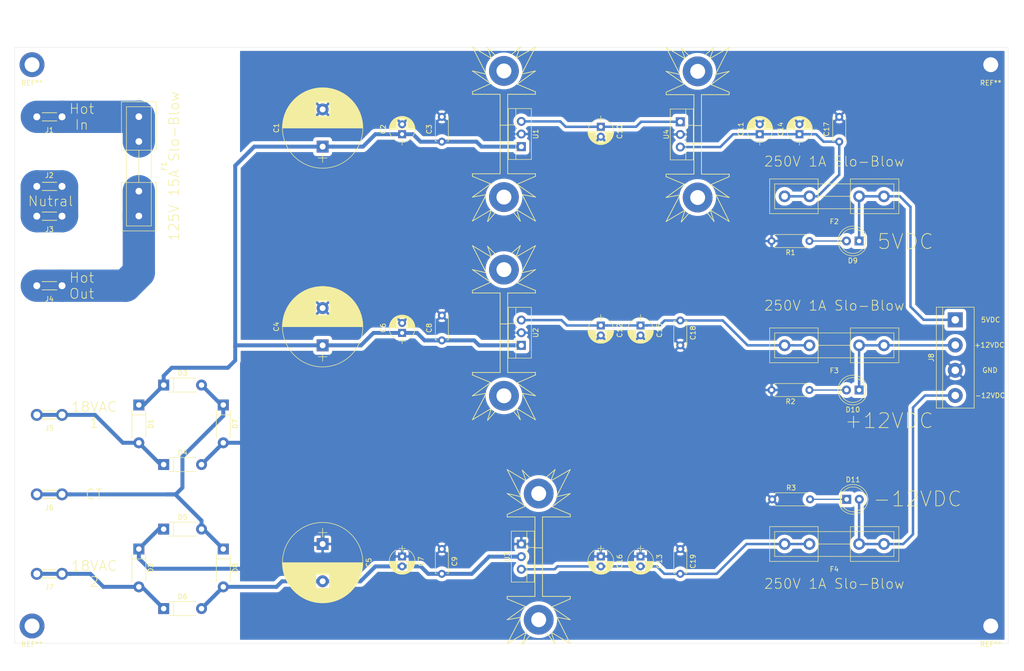
<source format=kicad_pcb>
(kicad_pcb (version 20171130) (host pcbnew "(5.1.5)-3")
  (layers (0 F.Cu signal) (31 B.Cu signal) (34 B.Paste user) (35 F.Paste user) (36 B.SilkS user) (37 F.SilkS user) (38 B.Mask user) (39 F.Mask user) (44 Edge.Cuts user))
  (net 0 "")
  (net 1 /0VDC)
  (net 2 /+5VDC)
  (net 3 /+12VDC)
  (net 4 /-12VDC)
  (net 5 /18VAC_1)
  (net 6 /18VAC_2)
  (net 7 GNDPWR)
  (net 8 /HOT_IN)
  (net 9 /HOT_OUT)
  (net 10 /NUT)
  (net 11 "Net-(D9-Pad1)")
  (net 12 "Net-(D10-Pad1)")
  (net 13 "Net-(D11-Pad2)")
  (net 14 /+18VDC)
  (net 15 /-18VDC)
  (net 16 "Net-(C10-Pad1)")
  (net 17 "Net-(D9-Pad2)")
  (net 18 "Net-(D10-Pad2)")
  (net 19 "Net-(D11-Pad1)")
  (module Heatsinks:Heatsink_Fischer_SK104-STCB_35x13mm__2xDrill3.5mm_ScrewM3 (layer F.Cu) (at 105.5 102.54 90)
    (fp_text reference REF** hide)
    (fp_text value Heatsink_Fischer_SK104-STCB_35x13mm__2xDrill3.5mm_ScrewM3)
    (pad 1 thru_hole circle (at -12.7 0 90) (size 5.99948 5.99948) (drill 3) (layers *.Cu *.Mask))
    (pad 1 thru_hole circle (at 12.7 0 90) (size 5.99948 5.99948) (drill 3) (layers *.Cu *.Mask))
  )
  (module Heatsinks:Heatsink_Fischer_SK104-STCB_35x13mm__2xDrill3.5mm_ScrewM3 (layer F.Cu) (at 98.5 57.46 90)
    (fp_text reference REF** hide)
    (fp_text value Heatsink_Fischer_SK104-STCB_35x13mm__2xDrill3.5mm_ScrewM3)
    (pad 1 thru_hole circle (at 12.7 0 90) (size 5.99948 5.99948) (drill 3) (layers *.Cu *.Mask))
    (pad 1 thru_hole circle (at -12.7 0 90) (size 5.99948 5.99948) (drill 3) (layers *.Cu *.Mask))
  )
  (module Heatsinks:Heatsink_Fischer_SK104-STCB_35x13mm__2xDrill3.5mm_ScrewM3 (layer F.Cu) (at 137.5 17.54 90)
    (fp_text reference REF** hide)
    (fp_text value Heatsink_Fischer_SK104-STCB_35x13mm__2xDrill3.5mm_ScrewM3)
    (pad 1 thru_hole circle (at -12.7 0 90) (size 5.99948 5.99948) (drill 3) (layers *.Cu *.Mask))
    (pad 1 thru_hole circle (at 12.7 0 90) (size 5.99948 5.99948) (drill 3) (layers *.Cu *.Mask))
  )
  (module Heatsinks:Heatsink_Fischer_SK104-STCB_35x13mm__2xDrill3.5mm_ScrewM3 (layer F.Cu) (at 98.5 17.46 90)
    (fp_text reference REF** hide)
    (fp_text value Heatsink_Fischer_SK104-STCB_35x13mm__2xDrill3.5mm_ScrewM3)
    (pad 1 thru_hole circle (at 12.7 0 90) (size 5.99948 5.99948) (drill 3) (layers *.Cu *.Mask))
    (pad 1 thru_hole circle (at -12.7 0 90) (size 5.99948 5.99948) (drill 3) (layers *.Cu *.Mask))
  )
  (module Custom_Library:Mount_Hole_3mm (layer F.Cu) (at 3.5 116.5)
    (fp_text reference REF** (at 0 3.683) (layer F.SilkS))
    (fp_text value Mount_Hole_3mm)
    (pad 1 thru_hole circle (at 0 0) (size 5 5) (drill 3) (layers *.Cu *.Mask))
  )
  (module Custom_Library:Mount_Hole_3mm (layer F.Cu) (at 196.5 116.5)
    (fp_text reference REF** (at 0 3.683) (layer F.SilkS))
    (fp_text value Mount_Hole_3mm)
    (pad 1 thru_hole circle (at 0 0) (size 5 5) (drill 3) (layers *.Cu *.Mask) (net 1 /0VDC))
  )
  (module Custom_Library:Mount_Hole_3mm (layer F.Cu) (at 196.5 3.5)
    (fp_text reference REF** (at 0 3.683) (layer F.SilkS))
    (fp_text value Mount_Hole_3mm)
    (pad 1 thru_hole circle (at 0 0) (size 5 5) (drill 3) (layers *.Cu *.Mask) (net 1 /0VDC))
  )
  (module Custom_Library:Mount_Hole_3mm (layer F.Cu) (at 3.5 3.5)
    (fp_text reference REF** (at 0 3.683) (layer F.SilkS))
    (fp_text value Mount_Hole_3mm)
    (pad 1 thru_hole circle (at 0 0) (size 5 5) (drill 3) (layers *.Cu *.Mask))
  )
  (module TO_SOT_Packages_THT:TO-220-3_Vertical (layer F.Cu) (at 102 100 270)
    (fp_text reference U3 (at 2.54 2.813 90) (layer F.SilkS))
    (fp_text value L7912)
    (pad 3 thru_hole oval (at 5.08 0 270) (size 1.8 1.8) (drill 1) (layers *.Cu *.Mask) (net 4 /-12VDC))
    (pad 2 thru_hole oval (at 2.54 0 270) (size 1.8 1.8) (drill 1) (layers *.Cu *.Mask) (net 15 /-18VDC))
    (pad 1 thru_hole rect (at 0 0 270) (size 1.8 1.8) (drill 1) (layers *.Cu *.Mask) (net 1 /0VDC))
  )
  (module Capacitors_THT:CP_Radial_D16.0mm_P7.50mm (layer F.Cu) (at 62 60 90)
    (fp_text reference C4 (at 3.75 -9.31 90) (layer F.SilkS))
    (fp_text value 2200uF)
    (pad 1 thru_hole rect (at 0 0 90) (size 2.4 2.4) (drill 1.2) (layers *.Cu *.Mask) (net 14 /+18VDC))
    (pad 2 thru_hole circle (at 7.5 0 90) (size 2.4 2.4) (drill 1.2) (layers *.Cu *.Mask) (net 1 /0VDC))
  )
  (module Fuse_Holders_and_Fuses:Fuseholder5x20_horiz_open_inline_Type-I (layer F.Cu) (at 25 13.96492 270)
    (fp_text reference F1 (at 10 -5.08 90) (layer F.SilkS))
    (fp_text value Fuse)
    (pad 1 thru_hole circle (at 0 0 270) (size 2.35 2.35) (drill 1.35) (layers *.Cu *.Mask) (net 8 /HOT_IN))
    (pad 1 thru_hole circle (at 5 0 270) (size 2.35 2.35) (drill 1.35) (layers *.Cu *.Mask) (net 8 /HOT_IN))
    (pad 2 thru_hole circle (at 20 0 270) (size 2.35 2.35) (drill 1.35) (layers *.Cu *.Mask) (net 9 /HOT_OUT))
    (pad 2 thru_hole circle (at 15 0 270) (size 2.35 2.35) (drill 1.35) (layers *.Cu *.Mask) (net 9 /HOT_OUT))
  )
  (module Custom_Library:TAB_Conn (layer F.Cu) (at 7 90)
    (fp_text reference J6 (at 0 2.667) (layer F.SilkS))
    (fp_text value CT)
    (pad 1 thru_hole circle (at 2.54 0) (size 2.4 2.4) (drill 1.4) (layers *.Cu *.Mask) (net 7 GNDPWR))
    (pad 1 thru_hole circle (at -2.54 0) (size 2.4 2.4) (drill 1.4) (layers *.Cu *.Mask) (net 7 GNDPWR))
  )
  (module Fuse_Holders_and_Fuses:Fuseholder5x20_horiz_open_inline_Type-I (layer F.Cu) (at 175 30 180)
    (fp_text reference F2 (at 10 -5.08) (layer F.SilkS))
    (fp_text value Fuse)
    (pad 2 thru_hole circle (at 15 0 180) (size 2.35 2.35) (drill 1.35) (layers *.Cu *.Mask) (net 2 /+5VDC))
    (pad 2 thru_hole circle (at 20 0 180) (size 2.35 2.35) (drill 1.35) (layers *.Cu *.Mask) (net 2 /+5VDC))
    (pad 1 thru_hole circle (at 5 0 180) (size 2.35 2.35) (drill 1.35) (layers *.Cu *.Mask) (net 11 "Net-(D9-Pad1)"))
    (pad 1 thru_hole circle (at 0 0 180) (size 2.35 2.35) (drill 1.35) (layers *.Cu *.Mask) (net 11 "Net-(D9-Pad1)"))
  )
  (module Fuse_Holders_and_Fuses:Fuseholder5x20_horiz_open_inline_Type-I (layer F.Cu) (at 175 60 180)
    (fp_text reference F3 (at 10 -5.08) (layer F.SilkS))
    (fp_text value Fuse)
    (pad 1 thru_hole circle (at 0 0 180) (size 2.35 2.35) (drill 1.35) (layers *.Cu *.Mask) (net 12 "Net-(D10-Pad1)"))
    (pad 1 thru_hole circle (at 5 0 180) (size 2.35 2.35) (drill 1.35) (layers *.Cu *.Mask) (net 12 "Net-(D10-Pad1)"))
    (pad 2 thru_hole circle (at 20 0 180) (size 2.35 2.35) (drill 1.35) (layers *.Cu *.Mask) (net 3 /+12VDC))
    (pad 2 thru_hole circle (at 15 0 180) (size 2.35 2.35) (drill 1.35) (layers *.Cu *.Mask) (net 3 /+12VDC))
  )
  (module Fuse_Holders_and_Fuses:Fuseholder5x20_horiz_open_inline_Type-I (layer F.Cu) (at 175 100 180)
    (fp_text reference F4 (at 10 -5.08) (layer F.SilkS))
    (fp_text value Fuse)
    (pad 2 thru_hole circle (at 15 0 180) (size 2.35 2.35) (drill 1.35) (layers *.Cu *.Mask) (net 4 /-12VDC))
    (pad 2 thru_hole circle (at 20 0 180) (size 2.35 2.35) (drill 1.35) (layers *.Cu *.Mask) (net 4 /-12VDC))
    (pad 1 thru_hole circle (at 5 0 180) (size 2.35 2.35) (drill 1.35) (layers *.Cu *.Mask) (net 13 "Net-(D11-Pad2)"))
    (pad 1 thru_hole circle (at 0 0 180) (size 2.35 2.35) (drill 1.35) (layers *.Cu *.Mask) (net 13 "Net-(D11-Pad2)"))
  )
  (module Custom_Library:TAB_Conn (layer F.Cu) (at 7 14)
    (fp_text reference J1 (at 0 2.667) (layer F.SilkS))
    (fp_text value Hot_In)
    (pad 1 thru_hole circle (at -2.54 0) (size 2.4 2.4) (drill 1.4) (layers *.Cu *.Mask) (net 8 /HOT_IN))
    (pad 1 thru_hole circle (at 2.54 0) (size 2.4 2.4) (drill 1.4) (layers *.Cu *.Mask) (net 8 /HOT_IN))
  )
  (module Custom_Library:TAB_Conn (layer F.Cu) (at 7 28)
    (fp_text reference J2 (at -0.015 -2.219) (layer F.SilkS))
    (fp_text value Netral_IN)
    (pad 1 thru_hole circle (at 2.54 0) (size 2.4 2.4) (drill 1.4) (layers *.Cu *.Mask) (net 10 /NUT))
    (pad 1 thru_hole circle (at -2.54 0) (size 2.4 2.4) (drill 1.4) (layers *.Cu *.Mask) (net 10 /NUT))
  )
  (module Custom_Library:TAB_Conn (layer F.Cu) (at 7 34)
    (fp_text reference J3 (at 0 2.667) (layer F.SilkS))
    (fp_text value Nutral_Out)
    (pad 1 thru_hole circle (at -2.54 0) (size 2.4 2.4) (drill 1.4) (layers *.Cu *.Mask) (net 10 /NUT))
    (pad 1 thru_hole circle (at 2.54 0) (size 2.4 2.4) (drill 1.4) (layers *.Cu *.Mask) (net 10 /NUT))
  )
  (module Custom_Library:TAB_Conn (layer F.Cu) (at 7 48)
    (fp_text reference J4 (at 0 2.667) (layer F.SilkS))
    (fp_text value Hot_Out)
    (pad 1 thru_hole circle (at 2.54 0) (size 2.4 2.4) (drill 1.4) (layers *.Cu *.Mask) (net 9 /HOT_OUT))
    (pad 1 thru_hole circle (at -2.54 0) (size 2.4 2.4) (drill 1.4) (layers *.Cu *.Mask) (net 9 /HOT_OUT))
  )
  (module Custom_Library:TAB_Conn (layer F.Cu) (at 7 74)
    (fp_text reference J5 (at 0 2.667) (layer F.SilkS))
    (fp_text value 18VAC_1)
    (pad 1 thru_hole circle (at -2.54 0) (size 2.4 2.4) (drill 1.4) (layers *.Cu *.Mask) (net 5 /18VAC_1))
    (pad 1 thru_hole circle (at 2.54 0) (size 2.4 2.4) (drill 1.4) (layers *.Cu *.Mask) (net 5 /18VAC_1))
  )
  (module Custom_Library:TAB_Conn (layer F.Cu) (at 7 106)
    (fp_text reference J7 (at 0 2.667) (layer F.SilkS))
    (fp_text value 18VAC_2)
    (pad 1 thru_hole circle (at 2.54 0) (size 2.4 2.4) (drill 1.4) (layers *.Cu *.Mask) (net 6 /18VAC_2))
    (pad 1 thru_hole circle (at -2.54 0) (size 2.4 2.4) (drill 1.4) (layers *.Cu *.Mask) (net 6 /18VAC_2))
  )
  (module Capacitors_THT:CP_Radial_D16.0mm_P7.50mm (layer F.Cu) (at 62 20 90)
    (fp_text reference C1 (at 3.75 -9.31 90) (layer F.SilkS))
    (fp_text value 2200uF)
    (pad 2 thru_hole circle (at 7.5 0 90) (size 2.4 2.4) (drill 1.2) (layers *.Cu *.Mask) (net 1 /0VDC))
    (pad 1 thru_hole rect (at 0 0 90) (size 2.4 2.4) (drill 1.2) (layers *.Cu *.Mask) (net 14 /+18VDC))
  )
  (module Capacitors_THT:CP_Radial_D5.0mm_P2.00mm (layer F.Cu) (at 78 17.5 90)
    (fp_text reference C2 (at 1 -3.81 90) (layer F.SilkS))
    (fp_text value 10uF)
    (pad 2 thru_hole circle (at 2 0 90) (size 1.6 1.6) (drill 0.8) (layers *.Cu *.Mask) (net 1 /0VDC))
    (pad 1 thru_hole rect (at 0 0 90) (size 1.6 1.6) (drill 0.8) (layers *.Cu *.Mask) (net 14 /+18VDC))
  )
  (module Capacitors_THT:C_Disc_D4.7mm_W2.5mm_P5.00mm (layer F.Cu) (at 86 19 90)
    (fp_text reference C3 (at 2.5 -2.56 90) (layer F.SilkS))
    (fp_text value 0.1uF)
    (pad 1 thru_hole circle (at 0 0 90) (size 1.6 1.6) (drill 0.8) (layers *.Cu *.Mask) (net 14 /+18VDC))
    (pad 2 thru_hole circle (at 5 0 90) (size 1.6 1.6) (drill 0.8) (layers *.Cu *.Mask) (net 1 /0VDC))
  )
  (module Capacitors_THT:CP_Radial_D16.0mm_P7.50mm (layer F.Cu) (at 62 100 270)
    (fp_text reference C5 (at 3.75 -9.31 90) (layer F.SilkS))
    (fp_text value 2200uF)
    (pad 2 thru_hole circle (at 7.5 0 270) (size 2.4 2.4) (drill 1.2) (layers *.Cu *.Mask) (net 15 /-18VDC))
    (pad 1 thru_hole rect (at 0 0 270) (size 2.4 2.4) (drill 1.2) (layers *.Cu *.Mask) (net 1 /0VDC))
  )
  (module Capacitors_THT:CP_Radial_D5.0mm_P2.00mm (layer F.Cu) (at 78 57.5 90)
    (fp_text reference C6 (at 1 -3.81 90) (layer F.SilkS))
    (fp_text value 10uF)
    (pad 1 thru_hole rect (at 0 0 90) (size 1.6 1.6) (drill 0.8) (layers *.Cu *.Mask) (net 14 /+18VDC))
    (pad 2 thru_hole circle (at 2 0 90) (size 1.6 1.6) (drill 0.8) (layers *.Cu *.Mask) (net 1 /0VDC))
  )
  (module Capacitors_THT:CP_Radial_D5.0mm_P2.00mm (layer F.Cu) (at 78 102.5 270)
    (fp_text reference C7 (at 1 -3.81 90) (layer F.SilkS))
    (fp_text value 10uF)
    (pad 2 thru_hole circle (at 2 0 270) (size 1.6 1.6) (drill 0.8) (layers *.Cu *.Mask) (net 15 /-18VDC))
    (pad 1 thru_hole rect (at 0 0 270) (size 1.6 1.6) (drill 0.8) (layers *.Cu *.Mask) (net 1 /0VDC))
  )
  (module Capacitors_THT:C_Disc_D4.7mm_W2.5mm_P5.00mm (layer F.Cu) (at 86 59 90)
    (fp_text reference C8 (at 2.5 -2.56 90) (layer F.SilkS))
    (fp_text value "0.1uF ")
    (pad 2 thru_hole circle (at 5 0 90) (size 1.6 1.6) (drill 0.8) (layers *.Cu *.Mask) (net 1 /0VDC))
    (pad 1 thru_hole circle (at 0 0 90) (size 1.6 1.6) (drill 0.8) (layers *.Cu *.Mask) (net 14 /+18VDC))
  )
  (module Capacitors_THT:C_Disc_D4.7mm_W2.5mm_P5.00mm (layer F.Cu) (at 86 101 270)
    (fp_text reference C9 (at 2.5 -2.56 90) (layer F.SilkS))
    (fp_text value 0.1uF)
    (pad 2 thru_hole circle (at 5 0 270) (size 1.6 1.6) (drill 0.8) (layers *.Cu *.Mask) (net 15 /-18VDC))
    (pad 1 thru_hole circle (at 0 0 270) (size 1.6 1.6) (drill 0.8) (layers *.Cu *.Mask) (net 1 /0VDC))
  )
  (module Capacitors_THT:CP_Radial_D5.0mm_P2.00mm (layer F.Cu) (at 118 16 270)
    (fp_text reference C10 (at 1 -3.81 90) (layer F.SilkS))
    (fp_text value 22uF)
    (pad 2 thru_hole circle (at 2 0 270) (size 1.6 1.6) (drill 0.8) (layers *.Cu *.Mask) (net 1 /0VDC))
    (pad 1 thru_hole rect (at 0 0 270) (size 1.6 1.6) (drill 0.8) (layers *.Cu *.Mask) (net 16 "Net-(C10-Pad1)"))
  )
  (module Capacitors_THT:CP_Radial_D5.0mm_P2.00mm (layer F.Cu) (at 150 17.5 90)
    (fp_text reference C11 (at 1 -3.81 90) (layer F.SilkS))
    (fp_text value 22uF)
    (pad 1 thru_hole rect (at 0 0 90) (size 1.6 1.6) (drill 0.8) (layers *.Cu *.Mask) (net 2 /+5VDC))
    (pad 2 thru_hole circle (at 2 0 90) (size 1.6 1.6) (drill 0.8) (layers *.Cu *.Mask) (net 1 /0VDC))
  )
  (module Capacitors_THT:CP_Radial_D5.0mm_P2.00mm (layer F.Cu) (at 118 56 270)
    (fp_text reference C12 (at 1 -3.81 90) (layer F.SilkS))
    (fp_text value 22uF)
    (pad 1 thru_hole rect (at 0 0 270) (size 1.6 1.6) (drill 0.8) (layers *.Cu *.Mask) (net 3 /+12VDC))
    (pad 2 thru_hole circle (at 2 0 270) (size 1.6 1.6) (drill 0.8) (layers *.Cu *.Mask) (net 1 /0VDC))
  )
  (module Capacitors_THT:CP_Radial_D5.0mm_P2.00mm (layer F.Cu) (at 126 102.5 270)
    (fp_text reference C13 (at 1 -3.81 90) (layer F.SilkS))
    (fp_text value 22uF)
    (pad 2 thru_hole circle (at 2 0 270) (size 1.6 1.6) (drill 0.8) (layers *.Cu *.Mask) (net 4 /-12VDC))
    (pad 1 thru_hole rect (at 0 0 270) (size 1.6 1.6) (drill 0.8) (layers *.Cu *.Mask) (net 1 /0VDC))
  )
  (module Capacitors_THT:CP_Radial_D5.0mm_P2.00mm (layer F.Cu) (at 158 17.5 90)
    (fp_text reference C14 (at 1 -3.81 90) (layer F.SilkS))
    (fp_text value 10uF)
    (pad 1 thru_hole rect (at 0 0 90) (size 1.6 1.6) (drill 0.8) (layers *.Cu *.Mask) (net 2 /+5VDC))
    (pad 2 thru_hole circle (at 2 0 90) (size 1.6 1.6) (drill 0.8) (layers *.Cu *.Mask) (net 1 /0VDC))
  )
  (module Capacitors_THT:CP_Radial_D5.0mm_P2.00mm (layer F.Cu) (at 126 56 270)
    (fp_text reference C15 (at 1 -3.81 90) (layer F.SilkS))
    (fp_text value 10uF)
    (pad 2 thru_hole circle (at 2 0 270) (size 1.6 1.6) (drill 0.8) (layers *.Cu *.Mask) (net 1 /0VDC))
    (pad 1 thru_hole rect (at 0 0 270) (size 1.6 1.6) (drill 0.8) (layers *.Cu *.Mask) (net 3 /+12VDC))
  )
  (module Capacitors_THT:CP_Radial_D5.0mm_P2.00mm (layer F.Cu) (at 118 102.5 270)
    (fp_text reference C16 (at 1 -3.81 90) (layer F.SilkS))
    (fp_text value 10uF)
    (pad 1 thru_hole rect (at 0 0 270) (size 1.6 1.6) (drill 0.8) (layers *.Cu *.Mask) (net 1 /0VDC))
    (pad 2 thru_hole circle (at 2 0 270) (size 1.6 1.6) (drill 0.8) (layers *.Cu *.Mask) (net 4 /-12VDC))
  )
  (module Capacitors_THT:C_Disc_D4.7mm_W2.5mm_P5.00mm (layer F.Cu) (at 166 19 90)
    (fp_text reference C17 (at 2.5 -2.56 90) (layer F.SilkS))
    (fp_text value 0.1uF)
    (pad 1 thru_hole circle (at 0 0 90) (size 1.6 1.6) (drill 0.8) (layers *.Cu *.Mask) (net 2 /+5VDC))
    (pad 2 thru_hole circle (at 5 0 90) (size 1.6 1.6) (drill 0.8) (layers *.Cu *.Mask) (net 1 /0VDC))
  )
  (module Capacitors_THT:C_Disc_D4.7mm_W2.5mm_P5.00mm (layer F.Cu) (at 134 55 270)
    (fp_text reference C18 (at 2.5 -2.56 90) (layer F.SilkS))
    (fp_text value 0.1uF)
    (pad 1 thru_hole circle (at 0 0 270) (size 1.6 1.6) (drill 0.8) (layers *.Cu *.Mask) (net 3 /+12VDC))
    (pad 2 thru_hole circle (at 5 0 270) (size 1.6 1.6) (drill 0.8) (layers *.Cu *.Mask) (net 1 /0VDC))
  )
  (module Capacitors_THT:C_Disc_D4.7mm_W2.5mm_P5.00mm (layer F.Cu) (at 134 101 270)
    (fp_text reference C19 (at 2.5 -2.56 90) (layer F.SilkS))
    (fp_text value 0.1uF)
    (pad 2 thru_hole circle (at 5 0 270) (size 1.6 1.6) (drill 0.8) (layers *.Cu *.Mask) (net 4 /-12VDC))
    (pad 1 thru_hole circle (at 0 0 270) (size 1.6 1.6) (drill 0.8) (layers *.Cu *.Mask) (net 1 /0VDC))
  )
  (module Diodes_THT:D_DO-41_SOD81_P7.62mm_Horizontal (layer F.Cu) (at 25 72 270)
    (fp_text reference D1 (at 3.81 -2.41 90) (layer F.SilkS))
    (fp_text value D)
    (pad 1 thru_hole rect (at 0 0 270) (size 2.2 2.2) (drill 1.1) (layers *.Cu *.Mask) (net 14 /+18VDC))
    (pad 2 thru_hole oval (at 7.62 0 270) (size 2.2 2.2) (drill 1.1) (layers *.Cu *.Mask) (net 5 /18VAC_1))
  )
  (module Diodes_THT:D_DO-41_SOD81_P7.62mm_Horizontal (layer F.Cu) (at 25 101 270)
    (fp_text reference D2 (at 3.81 -2.41 90) (layer F.SilkS))
    (fp_text value D)
    (pad 1 thru_hole rect (at 0 0 270) (size 2.2 2.2) (drill 1.1) (layers *.Cu *.Mask) (net 1 /0VDC))
    (pad 2 thru_hole oval (at 7.62 0 270) (size 2.2 2.2) (drill 1.1) (layers *.Cu *.Mask) (net 6 /18VAC_2))
  )
  (module Diodes_THT:D_DO-41_SOD81_P7.62mm_Horizontal (layer F.Cu) (at 30 68)
    (fp_text reference D3 (at 3.81 -2.41) (layer F.SilkS))
    (fp_text value D)
    (pad 2 thru_hole oval (at 7.62 0) (size 2.2 2.2) (drill 1.1) (layers *.Cu *.Mask) (net 7 GNDPWR))
    (pad 1 thru_hole rect (at 0 0) (size 2.2 2.2) (drill 1.1) (layers *.Cu *.Mask) (net 14 /+18VDC))
  )
  (module Diodes_THT:D_DO-41_SOD81_P7.62mm_Horizontal (layer F.Cu) (at 30 84)
    (fp_text reference D4 (at 3.81 -2.41) (layer F.SilkS))
    (fp_text value D)
    (pad 1 thru_hole rect (at 0 0) (size 2.2 2.2) (drill 1.1) (layers *.Cu *.Mask) (net 5 /18VAC_1))
    (pad 2 thru_hole oval (at 7.62 0) (size 2.2 2.2) (drill 1.1) (layers *.Cu *.Mask) (net 1 /0VDC))
  )
  (module Diodes_THT:D_DO-41_SOD81_P7.62mm_Horizontal (layer F.Cu) (at 30 97)
    (fp_text reference D5 (at 3.81 -2.41) (layer F.SilkS))
    (fp_text value D)
    (pad 2 thru_hole oval (at 7.62 0) (size 2.2 2.2) (drill 1.1) (layers *.Cu *.Mask) (net 7 GNDPWR))
    (pad 1 thru_hole rect (at 0 0) (size 2.2 2.2) (drill 1.1) (layers *.Cu *.Mask) (net 1 /0VDC))
  )
  (module Diodes_THT:D_DO-41_SOD81_P7.62mm_Horizontal (layer F.Cu) (at 30 113)
    (fp_text reference D6 (at 3.81 -2.41) (layer F.SilkS))
    (fp_text value D)
    (pad 1 thru_hole rect (at 0 0) (size 2.2 2.2) (drill 1.1) (layers *.Cu *.Mask) (net 6 /18VAC_2))
    (pad 2 thru_hole oval (at 7.62 0) (size 2.2 2.2) (drill 1.1) (layers *.Cu *.Mask) (net 15 /-18VDC))
  )
  (module Diodes_THT:D_DO-41_SOD81_P7.62mm_Horizontal (layer F.Cu) (at 42 72 270)
    (fp_text reference D7 (at 3.81 -2.41 90) (layer F.SilkS))
    (fp_text value D)
    (pad 2 thru_hole oval (at 7.62 0 270) (size 2.2 2.2) (drill 1.1) (layers *.Cu *.Mask) (net 1 /0VDC))
    (pad 1 thru_hole rect (at 0 0 270) (size 2.2 2.2) (drill 1.1) (layers *.Cu *.Mask) (net 7 GNDPWR))
  )
  (module Diodes_THT:D_DO-41_SOD81_P7.62mm_Horizontal (layer F.Cu) (at 42 101 270)
    (fp_text reference D8 (at 3.81 -2.41 90) (layer F.SilkS))
    (fp_text value D)
    (pad 2 thru_hole oval (at 7.62 0 270) (size 2.2 2.2) (drill 1.1) (layers *.Cu *.Mask) (net 15 /-18VDC))
    (pad 1 thru_hole rect (at 0 0 270) (size 2.2 2.2) (drill 1.1) (layers *.Cu *.Mask) (net 7 GNDPWR))
  )
  (module LEDs:LED_D5.0mm (layer F.Cu) (at 170 39 180)
    (fp_text reference D9 (at 1.27 -3.96) (layer F.SilkS))
    (fp_text value LED)
    (pad 2 thru_hole circle (at 2.54 0 180) (size 1.8 1.8) (drill 0.9) (layers *.Cu *.Mask) (net 17 "Net-(D9-Pad2)"))
    (pad 1 thru_hole rect (at 0 0 180) (size 1.8 1.8) (drill 0.9) (layers *.Cu *.Mask) (net 11 "Net-(D9-Pad1)"))
  )
  (module LEDs:LED_D5.0mm (layer F.Cu) (at 170 69 180)
    (fp_text reference D10 (at 1.27 -3.96) (layer F.SilkS))
    (fp_text value LED)
    (pad 1 thru_hole rect (at 0 0 180) (size 1.8 1.8) (drill 0.9) (layers *.Cu *.Mask) (net 12 "Net-(D10-Pad1)"))
    (pad 2 thru_hole circle (at 2.54 0 180) (size 1.8 1.8) (drill 0.9) (layers *.Cu *.Mask) (net 18 "Net-(D10-Pad2)"))
  )
  (module LEDs:LED_D5.0mm (layer F.Cu) (at 167.5 91)
    (fp_text reference D11 (at 1.27 -3.96) (layer F.SilkS))
    (fp_text value LED)
    (pad 2 thru_hole circle (at 2.54 0) (size 1.8 1.8) (drill 0.9) (layers *.Cu *.Mask) (net 13 "Net-(D11-Pad2)"))
    (pad 1 thru_hole rect (at 0 0) (size 1.8 1.8) (drill 0.9) (layers *.Cu *.Mask) (net 19 "Net-(D11-Pad1)"))
  )
  (module Resistors_THT:R_Axial_DIN0207_L6.3mm_D2.5mm_P7.62mm_Horizontal (layer F.Cu) (at 160 39 180)
    (fp_text reference R1 (at 3.81 -2.31) (layer F.SilkS))
    (fp_text value 150)
    (pad 2 thru_hole oval (at 7.62 0 180) (size 1.6 1.6) (drill 0.8) (layers *.Cu *.Mask) (net 1 /0VDC))
    (pad 1 thru_hole circle (at 0 0 180) (size 1.6 1.6) (drill 0.8) (layers *.Cu *.Mask) (net 17 "Net-(D9-Pad2)"))
  )
  (module Resistors_THT:R_Axial_DIN0207_L6.3mm_D2.5mm_P7.62mm_Horizontal (layer F.Cu) (at 160 69 180)
    (fp_text reference R2 (at 3.81 -2.31) (layer F.SilkS))
    (fp_text value 560)
    (pad 2 thru_hole oval (at 7.62 0 180) (size 1.6 1.6) (drill 0.8) (layers *.Cu *.Mask) (net 1 /0VDC))
    (pad 1 thru_hole circle (at 0 0 180) (size 1.6 1.6) (drill 0.8) (layers *.Cu *.Mask) (net 18 "Net-(D10-Pad2)"))
  )
  (module Resistors_THT:R_Axial_DIN0207_L6.3mm_D2.5mm_P7.62mm_Horizontal (layer F.Cu) (at 152.5 91)
    (fp_text reference R3 (at 3.81 -2.31) (layer F.SilkS))
    (fp_text value 560)
    (pad 1 thru_hole circle (at 0 0) (size 1.6 1.6) (drill 0.8) (layers *.Cu *.Mask) (net 1 /0VDC))
    (pad 2 thru_hole oval (at 7.62 0) (size 1.6 1.6) (drill 0.8) (layers *.Cu *.Mask) (net 19 "Net-(D11-Pad1)"))
  )
  (module TO_SOT_Packages_THT:TO-220-3_Vertical (layer F.Cu) (at 102 20 90)
    (fp_text reference U1 (at 2.54 2.902 90) (layer F.SilkS))
    (fp_text value L7812)
    (pad 1 thru_hole rect (at 0 0 90) (size 1.8 1.8) (drill 1) (layers *.Cu *.Mask) (net 14 /+18VDC))
    (pad 2 thru_hole oval (at 2.54 0 90) (size 1.8 1.8) (drill 1) (layers *.Cu *.Mask) (net 1 /0VDC))
    (pad 3 thru_hole oval (at 5.08 0 90) (size 1.8 1.8) (drill 1) (layers *.Cu *.Mask) (net 16 "Net-(C10-Pad1)"))
  )
  (module TO_SOT_Packages_THT:TO-220-3_Vertical (layer F.Cu) (at 102 60 90)
    (fp_text reference U2 (at 2.54 2.902 90) (layer F.SilkS))
    (fp_text value L7812)
    (pad 1 thru_hole rect (at 0 0 90) (size 1.8 1.8) (drill 1) (layers *.Cu *.Mask) (net 14 /+18VDC))
    (pad 2 thru_hole oval (at 2.54 0 90) (size 1.8 1.8) (drill 1) (layers *.Cu *.Mask) (net 1 /0VDC))
    (pad 3 thru_hole oval (at 5.08 0 90) (size 1.8 1.8) (drill 1) (layers *.Cu *.Mask) (net 3 /+12VDC))
  )
  (module TO_SOT_Packages_THT:TO-220-3_Vertical (layer F.Cu) (at 134 15 270)
    (fp_text reference U4 (at 2.526 2.809 90) (layer F.SilkS))
    (fp_text value L7805)
    (pad 3 thru_hole oval (at 5.08 0 270) (size 1.8 1.8) (drill 1) (layers *.Cu *.Mask) (net 2 /+5VDC))
    (pad 2 thru_hole oval (at 2.54 0 270) (size 1.8 1.8) (drill 1) (layers *.Cu *.Mask) (net 1 /0VDC))
    (pad 1 thru_hole rect (at 0 0 270) (size 1.8 1.8) (drill 1) (layers *.Cu *.Mask) (net 16 "Net-(C10-Pad1)"))
  )
  (module Connectors_Terminal_Blocks:TerminalBlock_bornier-4_P5.08mm (layer F.Cu) (at 189.357 54.864 270)
    (fp_text reference J8 (at 7.6 4.826 90) (layer F.SilkS))
    (fp_text value Screw_Terminal_01x04)
    (pad 4 thru_hole circle (at 15.24 0 270) (size 3 3) (drill 1.52) (layers *.Cu *.Mask) (net 13 "Net-(D11-Pad2)"))
    (pad 1 thru_hole rect (at 0 0 270) (size 3 3) (drill 1.52) (layers *.Cu *.Mask) (net 11 "Net-(D9-Pad1)"))
    (pad 3 thru_hole circle (at 10.16 0 270) (size 3 3) (drill 1.52) (layers *.Cu *.Mask) (net 1 /0VDC))
    (pad 2 thru_hole circle (at 5.08 0 270) (size 3 3) (drill 1.52) (layers *.Cu *.Mask) (net 12 "Net-(D10-Pad1)"))
  )
  (gr_text -12VDC (at 196.342 70.104) (layer F.SilkS) (effects (font (size 1 1))))
  (gr_text GND (at 196.342 65.024) (layer F.SilkS) (effects (font (size 1 1))))
  (gr_text +12VDC (at 196.215 59.944) (layer F.SilkS) (effects (font (size 1 1))))
  (gr_text 5VDC (at 196.469 54.864) (layer F.SilkS) (effects (font (size 1 1))))
  (gr_text CT (at 16 90) (layer F.SilkS) (effects (font (size 2 2))))
  (gr_text "18VAC\n2" (at 16 106) (layer F.SilkS) (effects (font (size 2 2))))
  (gr_text "18VAC\n1" (at 16 74) (layer F.SilkS) (effects (font (size 2 2))))
  (gr_text "Hot\nOut\n" (at 13.5 48) (layer F.SilkS) (effects (font (size 2 2))))
  (gr_text "Hot\nIn" (at 13.5 14) (layer F.SilkS) (effects (font (size 2 2))))
  (gr_text Nutral (at 7.239 30.988) (layer F.SilkS) (effects (font (size 2 2))))
  (gr_text "125V 15A Slo-Blow" (at 32.1056 23.95728 90) (layer F.SilkS) (effects (font (size 2 2))))
  (gr_text "250V 1A Slo-Blow" (at 165 23) (layer F.SilkS) (effects (font (size 2 2))))
  (gr_text "250V 1A Slo-Blow" (at 165 52) (layer F.SilkS) (effects (font (size 2 2))))
  (gr_text "250V 1A Slo-Blow" (at 165 108) (layer F.SilkS) (effects (font (size 2 2))))
  (gr_text -12VDC (at 181.737 90.932) (layer F.SilkS) (effects (font (size 3 3))))
  (gr_text +12VDC (at 176.022 75.184) (layer F.SilkS) (effects (font (size 3 3))))
  (gr_text 5VDC (at 179.324 39.116) (layer F.SilkS) (effects (font (size 3 3))))
  (gr_line (start 0 0) (end 200 0) (layer Edge.Cuts) (width 0.05))
  (gr_line (start 0 120) (end 200 120) (layer Edge.Cuts) (width 0.05))
  (gr_line (start 200 0) (end 200 120) (layer Edge.Cuts) (width 0.05))
  (gr_line (start 0 0) (end 0 120) (layer Edge.Cuts) (width 0.05))
  (segment (start 37.62 84) (end 42 79.62) (width 0.8) (layer B.Cu) (net 1))
  (segment (start 42 79.62) (end 56.74984 79.62) (width 0.8) (layer B.Cu) (net 1))
  (segment (start 62 84.87016) (end 62 100) (width 0.8) (layer B.Cu) (net 1))
  (segment (start 56.74984 79.62) (end 62 84.87016) (width 0.8) (layer B.Cu) (net 1))
  (segment (start 29 97) (end 25 101) (width 0.8) (layer B.Cu) (net 1))
  (segment (start 30 97) (end 29 97) (width 0.8) (layer B.Cu) (net 1))
  (segment (start 25 102.9) (end 27.07312 104.97312) (width 0.8) (layer B.Cu) (net 1))
  (segment (start 25 101) (end 25 102.9) (width 0.8) (layer B.Cu) (net 1))
  (segment (start 27.07312 104.97312) (end 47.26432 104.97312) (width 0.8) (layer B.Cu) (net 1))
  (segment (start 52.23744 100) (end 62 100) (width 0.8) (layer B.Cu) (net 1))
  (segment (start 47.26432 104.97312) (end 52.23744 100) (width 0.8) (layer B.Cu) (net 1))
  (segment (start 156.6617 30) (end 160 30) (width 0.5) (layer B.Cu) (net 2))
  (segment (start 155 30) (end 156.6617 30) (width 0.5) (layer B.Cu) (net 2))
  (segment (start 166 20.13137) (end 166 19) (width 0.5) (layer B.Cu) (net 2))
  (segment (start 166 25.6617) (end 166 20.13137) (width 0.5) (layer B.Cu) (net 2))
  (segment (start 161.6617 30) (end 166 25.6617) (width 0.5) (layer B.Cu) (net 2))
  (segment (start 160 30) (end 161.6617 30) (width 0.5) (layer B.Cu) (net 2))
  (segment (start 164.86863 19) (end 164.86783 18.9992) (width 0.5) (layer B.Cu) (net 2))
  (segment (start 166 19) (end 164.86863 19) (width 0.5) (layer B.Cu) (net 2))
  (segment (start 164.86783 18.9992) (end 162.84448 18.9992) (width 0.5) (layer B.Cu) (net 2))
  (segment (start 161.34528 17.5) (end 158 17.5) (width 0.5) (layer B.Cu) (net 2))
  (segment (start 162.84448 18.9992) (end 161.34528 17.5) (width 0.5) (layer B.Cu) (net 2))
  (segment (start 158 17.5) (end 150 17.5) (width 0.5) (layer B.Cu) (net 2))
  (segment (start 150 17.5) (end 144.63328 17.5) (width 0.5) (layer B.Cu) (net 2))
  (segment (start 142.05328 20.08) (end 134 20.08) (width 0.5) (layer B.Cu) (net 2))
  (segment (start 144.63328 17.5) (end 142.05328 20.08) (width 0.5) (layer B.Cu) (net 2))
  (segment (start 147.5538 60) (end 155 60) (width 0.5) (layer B.Cu) (net 3))
  (segment (start 156.6617 60) (end 160 60) (width 0.5) (layer B.Cu) (net 3))
  (segment (start 155 60) (end 156.6617 60) (width 0.5) (layer B.Cu) (net 3))
  (segment (start 102 54.92) (end 110.09896 54.92) (width 0.5) (layer B.Cu) (net 3))
  (segment (start 111.17896 56) (end 118 56) (width 0.5) (layer B.Cu) (net 3))
  (segment (start 110.09896 54.92) (end 111.17896 56) (width 0.5) (layer B.Cu) (net 3))
  (segment (start 119.3 56) (end 126 56) (width 0.5) (layer B.Cu) (net 3))
  (segment (start 118 56) (end 119.3 56) (width 0.5) (layer B.Cu) (net 3))
  (segment (start 127.3 56) (end 127.32856 55.97144) (width 0.5) (layer B.Cu) (net 3))
  (segment (start 126 56) (end 127.3 56) (width 0.5) (layer B.Cu) (net 3))
  (segment (start 127.32856 55.97144) (end 129.8702 55.97144) (width 0.5) (layer B.Cu) (net 3))
  (segment (start 130.84164 55) (end 134 55) (width 0.5) (layer B.Cu) (net 3))
  (segment (start 129.8702 55.97144) (end 130.84164 55) (width 0.5) (layer B.Cu) (net 3))
  (segment (start 142.5538 55) (end 147.5538 60) (width 0.5) (layer B.Cu) (net 3))
  (segment (start 134 55) (end 142.5538 55) (width 0.5) (layer B.Cu) (net 3))
  (segment (start 158.3383 100) (end 155 100) (width 0.5) (layer B.Cu) (net 4))
  (segment (start 160 100) (end 158.3383 100) (width 0.5) (layer B.Cu) (net 4))
  (segment (start 102 105.08) (end 108.7118 105.08) (width 0.5) (layer B.Cu) (net 4))
  (segment (start 109.2918 104.5) (end 118 104.5) (width 0.5) (layer B.Cu) (net 4))
  (segment (start 108.7118 105.08) (end 109.2918 104.5) (width 0.5) (layer B.Cu) (net 4))
  (segment (start 119.13137 104.5) (end 126 104.5) (width 0.5) (layer B.Cu) (net 4))
  (segment (start 118 104.5) (end 119.13137 104.5) (width 0.5) (layer B.Cu) (net 4))
  (segment (start 126 104.5) (end 129.29548 104.5) (width 0.5) (layer B.Cu) (net 4))
  (segment (start 132.86863 106) (end 134 106) (width 0.5) (layer B.Cu) (net 4))
  (segment (start 130.79548 106) (end 132.86863 106) (width 0.5) (layer B.Cu) (net 4))
  (segment (start 129.29548 104.5) (end 130.79548 106) (width 0.5) (layer B.Cu) (net 4))
  (segment (start 134 106) (end 141.32488 106) (width 0.5) (layer B.Cu) (net 4))
  (segment (start 147.32488 100) (end 155 100) (width 0.5) (layer B.Cu) (net 4))
  (segment (start 141.32488 106) (end 147.32488 100) (width 0.5) (layer B.Cu) (net 4))
  (segment (start 4.46 74) (end 9.54 74) (width 0.8) (layer B.Cu) (net 5))
  (segment (start 29.38 84) (end 25 79.62) (width 0.8) (layer B.Cu) (net 5))
  (segment (start 30 84) (end 29.38 84) (width 0.8) (layer B.Cu) (net 5))
  (segment (start 25 79.62) (end 21.79436 79.62) (width 0.8) (layer B.Cu) (net 5))
  (segment (start 16.17436 74) (end 9.54 74) (width 0.8) (layer B.Cu) (net 5))
  (segment (start 21.79436 79.62) (end 16.17436 74) (width 0.8) (layer B.Cu) (net 5))
  (segment (start 11.237056 106) (end 11.241416 106.00436) (width 0.8) (layer B.Cu) (net 6))
  (segment (start 9.54 106) (end 11.237056 106) (width 0.8) (layer B.Cu) (net 6))
  (segment (start 11.241416 106.00436) (end 15.25524 106.00436) (width 0.8) (layer B.Cu) (net 6))
  (segment (start 17.87088 108.62) (end 25 108.62) (width 0.8) (layer B.Cu) (net 6))
  (segment (start 15.25524 106.00436) (end 17.87088 108.62) (width 0.8) (layer B.Cu) (net 6))
  (segment (start 25.62 108.62) (end 30 113) (width 0.8) (layer B.Cu) (net 6))
  (segment (start 25 108.62) (end 25.62 108.62) (width 0.8) (layer B.Cu) (net 6))
  (segment (start 9.54 106) (end 4.46 106) (width 0.8) (layer B.Cu) (net 6))
  (segment (start 4.46 90) (end 9.54 90) (width 0.8) (layer B.Cu) (net 7))
  (segment (start 11.237056 90) (end 11.244496 90.00744) (width 0.8) (layer B.Cu) (net 7))
  (segment (start 9.54 90) (end 11.237056 90) (width 0.8) (layer B.Cu) (net 7))
  (segment (start 11.244496 90.00744) (end 30.62744 90.00744) (width 0.8) (layer B.Cu) (net 7))
  (segment (start 38 97) (end 42 101) (width 0.8) (layer B.Cu) (net 7))
  (segment (start 37.62 97) (end 38 97) (width 0.8) (layer B.Cu) (net 7))
  (segment (start 41.62 72) (end 37.62 68) (width 0.8) (layer B.Cu) (net 7))
  (segment (start 42 72) (end 41.62 72) (width 0.8) (layer B.Cu) (net 7))
  (segment (start 32.42056 90.00744) (end 30.62744 90.00744) (width 0.8) (layer B.Cu) (net 7))
  (segment (start 33.77692 88.65108) (end 32.42056 90.00744) (width 0.8) (layer B.Cu) (net 7))
  (segment (start 33.77692 82.42808) (end 33.77692 88.65108) (width 0.8) (layer B.Cu) (net 7))
  (segment (start 42 72) (end 42 74.205) (width 0.8) (layer B.Cu) (net 7))
  (segment (start 42 74.205) (end 33.77692 82.42808) (width 0.8) (layer B.Cu) (net 7))
  (segment (start 37.62 95.278) (end 37.62 97) (width 0.8) (layer B.Cu) (net 7))
  (segment (start 30.62744 90.00744) (end 32.34944 90.00744) (width 0.8) (layer B.Cu) (net 7))
  (segment (start 32.34944 90.00744) (end 37.62 95.278) (width 0.8) (layer B.Cu) (net 7))
  (segment (start 4.46 14) (end 9.54 14) (width 6.5) (layer B.Cu) (net 8))
  (segment (start 24.96492 14) (end 25 13.96492) (width 6.5) (layer B.Cu) (net 8))
  (segment (start 9.54 14) (end 24.96492 14) (width 6.5) (layer B.Cu) (net 8))
  (segment (start 25 13.96492) (end 25 18.96492) (width 6.5) (layer B.Cu) (net 8))
  (segment (start 4.46 48) (end 9.54 48) (width 6.5) (layer B.Cu) (net 9))
  (segment (start 9.54 48) (end 22.32244 48) (width 6.5) (layer B.Cu) (net 9))
  (segment (start 25 45.32244) (end 25 33.96492) (width 6.5) (layer B.Cu) (net 9))
  (segment (start 22.32244 48) (end 25 45.32244) (width 6.5) (layer B.Cu) (net 9))
  (segment (start 25 28.96492) (end 25 33.96492) (width 6.5) (layer B.Cu) (net 9))
  (segment (start 4.46 28) (end 9.54 28) (width 6.5) (layer B.Cu) (net 10))
  (segment (start 9.54 28) (end 9.54 34) (width 6.5) (layer B.Cu) (net 10))
  (segment (start 9.54 34) (end 4.46 34) (width 6.5) (layer B.Cu) (net 10))
  (segment (start 4.46 34) (end 4.46 28) (width 6.5) (layer B.Cu) (net 10))
  (segment (start 171.6617 30) (end 175 30) (width 0.5) (layer B.Cu) (net 11))
  (segment (start 170 30) (end 171.6617 30) (width 0.5) (layer B.Cu) (net 11))
  (segment (start 170 30) (end 170 39) (width 0.5) (layer B.Cu) (net 11))
  (segment (start 175 30) (end 178.209 30) (width 0.5) (layer B.Cu) (net 11))
  (segment (start 178.209 30) (end 180.34 32.131) (width 0.5) (layer B.Cu) (net 11))
  (segment (start 180.34 32.131) (end 180.34 52.197) (width 0.5) (layer B.Cu) (net 11))
  (segment (start 183.007 54.864) (end 189.357 54.864) (width 0.5) (layer B.Cu) (net 11))
  (segment (start 180.34 52.197) (end 183.007 54.864) (width 0.5) (layer B.Cu) (net 11))
  (segment (start 170 67.6) (end 170 60) (width 0.5) (layer B.Cu) (net 12))
  (segment (start 170 69) (end 170 67.6) (width 0.5) (layer B.Cu) (net 12))
  (segment (start 170 60) (end 175 60) (width 0.5) (layer B.Cu) (net 12))
  (segment (start 189.301 60) (end 189.357 59.944) (width 0.5) (layer B.Cu) (net 12))
  (segment (start 175 60) (end 189.301 60) (width 0.5) (layer B.Cu) (net 12))
  (segment (start 170 91.04) (end 170.04 91) (width 0.5) (layer B.Cu) (net 13))
  (segment (start 170 100) (end 170 91.04) (width 0.5) (layer B.Cu) (net 13))
  (segment (start 171.6617 100) (end 175 100) (width 0.5) (layer B.Cu) (net 13))
  (segment (start 170 100) (end 171.6617 100) (width 0.5) (layer B.Cu) (net 13))
  (segment (start 183.261 70.104) (end 189.357 70.104) (width 0.5) (layer B.Cu) (net 13))
  (segment (start 180.848 98.044) (end 180.848 72.517) (width 0.5) (layer B.Cu) (net 13))
  (segment (start 180.848 72.517) (end 183.261 70.104) (width 0.5) (layer B.Cu) (net 13))
  (segment (start 175 100) (end 178.892 100) (width 0.5) (layer B.Cu) (net 13))
  (segment (start 178.892 100) (end 180.848 98.044) (width 0.5) (layer B.Cu) (net 13))
  (segment (start 26 72) (end 30 68) (width 0.8) (layer B.Cu) (net 14))
  (segment (start 25 72) (end 26 72) (width 0.8) (layer B.Cu) (net 14))
  (segment (start 48.23456 20) (end 62 20) (width 0.8) (layer B.Cu) (net 14))
  (segment (start 44.3992 23.83536) (end 48.23456 20) (width 0.8) (layer B.Cu) (net 14))
  (segment (start 64 20) (end 64.00004 19.99996) (width 0.8) (layer B.Cu) (net 14))
  (segment (start 62 20) (end 64 20) (width 0.8) (layer B.Cu) (net 14))
  (segment (start 64.00004 19.99996) (end 70.11924 19.99996) (width 0.8) (layer B.Cu) (net 14))
  (segment (start 72.6192 17.5) (end 78 17.5) (width 0.8) (layer B.Cu) (net 14))
  (segment (start 70.11924 19.99996) (end 72.6192 17.5) (width 0.8) (layer B.Cu) (net 14))
  (segment (start 78 17.5) (end 80.20244 17.5) (width 0.8) (layer B.Cu) (net 14))
  (segment (start 81.70244 19) (end 86 19) (width 0.8) (layer B.Cu) (net 14))
  (segment (start 80.20244 17.5) (end 81.70244 19) (width 0.8) (layer B.Cu) (net 14))
  (segment (start 86 19) (end 92.97496 19) (width 0.8) (layer B.Cu) (net 14))
  (segment (start 93.97496 20) (end 102 20) (width 0.8) (layer B.Cu) (net 14))
  (segment (start 92.97496 19) (end 93.97496 20) (width 0.8) (layer B.Cu) (net 14))
  (segment (start 44.3992 60.22848) (end 44.62768 60) (width 0.8) (layer B.Cu) (net 14))
  (segment (start 44.3992 60.22848) (end 44.3992 23.83536) (width 0.8) (layer B.Cu) (net 14))
  (segment (start 44.62768 60) (end 62 60) (width 0.8) (layer B.Cu) (net 14))
  (segment (start 62 60) (end 69.73304 60) (width 0.8) (layer B.Cu) (net 14))
  (segment (start 72.23304 57.5) (end 78 57.5) (width 0.8) (layer B.Cu) (net 14))
  (segment (start 69.73304 60) (end 72.23304 57.5) (width 0.8) (layer B.Cu) (net 14))
  (segment (start 78 57.5) (end 81.0204 57.5) (width 0.8) (layer B.Cu) (net 14))
  (segment (start 82.5204 59) (end 86 59) (width 0.8) (layer B.Cu) (net 14))
  (segment (start 81.0204 57.5) (end 82.5204 59) (width 0.8) (layer B.Cu) (net 14))
  (segment (start 86 59) (end 92.5026 59) (width 0.8) (layer B.Cu) (net 14))
  (segment (start 93.5026 60) (end 102 60) (width 0.8) (layer B.Cu) (net 14))
  (segment (start 92.5026 59) (end 93.5026 60) (width 0.8) (layer B.Cu) (net 14))
  (segment (start 44.3992 63.0428) (end 44.3992 60.22848) (width 0.8) (layer B.Cu) (net 14))
  (segment (start 31.623 64.516) (end 42.926 64.516) (width 0.8) (layer B.Cu) (net 14))
  (segment (start 42.926 64.516) (end 44.3992 63.0428) (width 0.8) (layer B.Cu) (net 14))
  (segment (start 30 68) (end 30 66.139) (width 0.8) (layer B.Cu) (net 14))
  (segment (start 30 66.139) (end 31.623 64.516) (width 0.8) (layer B.Cu) (net 14))
  (segment (start 42 108.62) (end 52.71572 108.62) (width 0.8) (layer B.Cu) (net 15))
  (segment (start 53.83572 107.5) (end 62 107.5) (width 0.8) (layer B.Cu) (net 15))
  (segment (start 52.71572 108.62) (end 53.83572 107.5) (width 0.8) (layer B.Cu) (net 15))
  (segment (start 42 108.62) (end 37.62 113) (width 0.8) (layer B.Cu) (net 15))
  (segment (start 63.697056 107.5) (end 63.710176 107.51312) (width 0.8) (layer B.Cu) (net 15))
  (segment (start 62 107.5) (end 63.697056 107.5) (width 0.8) (layer B.Cu) (net 15))
  (segment (start 63.710176 107.51312) (end 69.61632 107.51312) (width 0.8) (layer B.Cu) (net 15))
  (segment (start 72.62944 104.5) (end 78 104.5) (width 0.8) (layer B.Cu) (net 15))
  (segment (start 69.61632 107.51312) (end 72.62944 104.5) (width 0.8) (layer B.Cu) (net 15))
  (segment (start 79.13137 104.5) (end 79.14085 104.49052) (width 0.8) (layer B.Cu) (net 15))
  (segment (start 78 104.5) (end 79.13137 104.5) (width 0.8) (layer B.Cu) (net 15))
  (segment (start 79.14085 104.49052) (end 81.74736 104.49052) (width 0.8) (layer B.Cu) (net 15))
  (segment (start 83.25684 106) (end 86 106) (width 0.8) (layer B.Cu) (net 15))
  (segment (start 81.74736 104.49052) (end 83.25684 106) (width 0.8) (layer B.Cu) (net 15))
  (segment (start 86 106) (end 92.03364 106) (width 0.8) (layer B.Cu) (net 15))
  (segment (start 95.49364 102.54) (end 102 102.54) (width 0.8) (layer B.Cu) (net 15))
  (segment (start 92.03364 106) (end 95.49364 102.54) (width 0.8) (layer B.Cu) (net 15))
  (segment (start 132.6 15) (end 132.59108 14.99108) (width 0.5) (layer B.Cu) (net 16))
  (segment (start 134 15) (end 132.6 15) (width 0.5) (layer B.Cu) (net 16))
  (segment (start 132.59108 14.99108) (end 126.11608 14.99108) (width 0.5) (layer B.Cu) (net 16))
  (segment (start 125.10716 16) (end 118 16) (width 0.5) (layer B.Cu) (net 16))
  (segment (start 126.11608 14.99108) (end 125.10716 16) (width 0.5) (layer B.Cu) (net 16))
  (segment (start 116.7 16) (end 116.68784 16.01216) (width 0.5) (layer B.Cu) (net 16))
  (segment (start 118 16) (end 116.7 16) (width 0.5) (layer B.Cu) (net 16))
  (segment (start 116.68784 16.01216) (end 110.93704 16.01216) (width 0.5) (layer B.Cu) (net 16))
  (segment (start 109.84488 14.92) (end 102 14.92) (width 0.5) (layer B.Cu) (net 16))
  (segment (start 110.93704 16.01216) (end 109.84488 14.92) (width 0.5) (layer B.Cu) (net 16))
  (segment (start 167.46 39) (end 160 39) (width 0.25) (layer B.Cu) (net 17))
  (segment (start 161.13137 69) (end 167.46 69) (width 0.25) (layer B.Cu) (net 18))
  (segment (start 160 69) (end 161.13137 69) (width 0.25) (layer B.Cu) (net 18))
  (segment (start 160.12 91) (end 167.5 91) (width 0.25) (layer B.Cu) (net 19))
  (zone (net 1) (net_name /0VDC) (layer B.Cu) (connect_pads (clearance 0.7)) (min_thickness 0.254) (fill yes (arc_segments 32) (thermal_gap 0.508) (thermal_bridge_width 0.508) (smoothing fillet))
    (polygon (pts (xy 199.99452 0.00508) (xy 199.99452 119.99976) (xy 45.36948 120.00484) (xy 45.36948 0)))
  )
)
</source>
